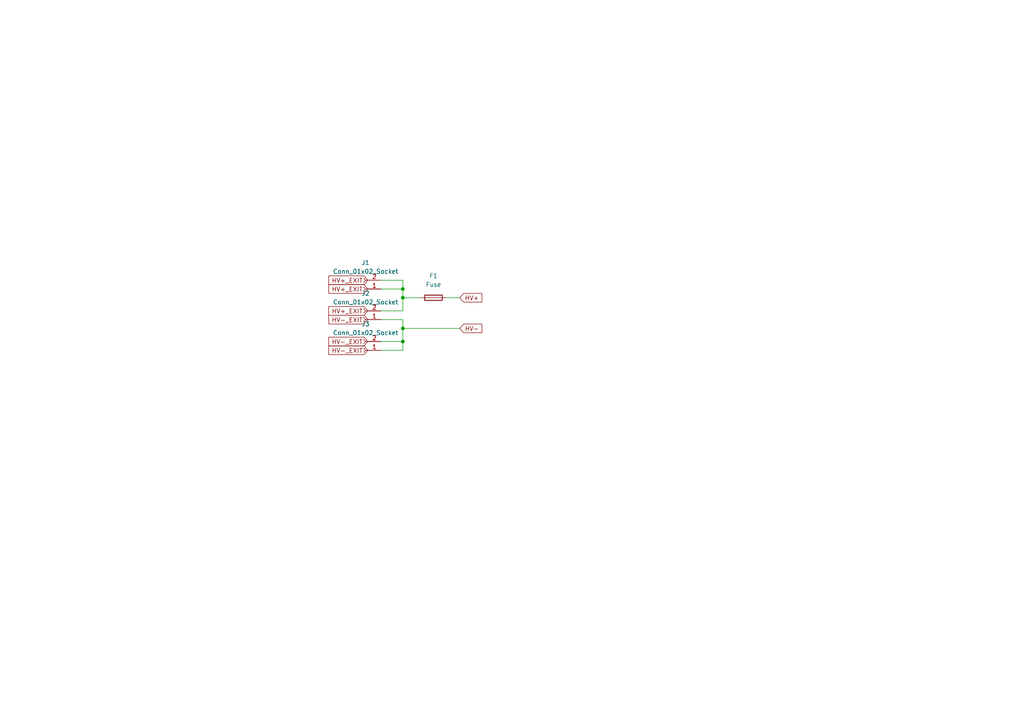
<source format=kicad_sch>
(kicad_sch
	(version 20250114)
	(generator "eeschema")
	(generator_version "9.0")
	(uuid "c54f9972-cef2-4773-92fc-7fa38796a07f")
	(paper "A4")
	(lib_symbols
		(symbol "Connector:Conn_01x02_Socket"
			(pin_names
				(offset 1.016)
				(hide yes)
			)
			(exclude_from_sim no)
			(in_bom yes)
			(on_board yes)
			(property "Reference" "J"
				(at 0 2.54 0)
				(effects
					(font
						(size 1.27 1.27)
					)
				)
			)
			(property "Value" "Conn_01x02_Socket"
				(at 0 -5.08 0)
				(effects
					(font
						(size 1.27 1.27)
					)
				)
			)
			(property "Footprint" ""
				(at 0 0 0)
				(effects
					(font
						(size 1.27 1.27)
					)
					(hide yes)
				)
			)
			(property "Datasheet" "~"
				(at 0 0 0)
				(effects
					(font
						(size 1.27 1.27)
					)
					(hide yes)
				)
			)
			(property "Description" "Generic connector, single row, 01x02, script generated"
				(at 0 0 0)
				(effects
					(font
						(size 1.27 1.27)
					)
					(hide yes)
				)
			)
			(property "ki_locked" ""
				(at 0 0 0)
				(effects
					(font
						(size 1.27 1.27)
					)
				)
			)
			(property "ki_keywords" "connector"
				(at 0 0 0)
				(effects
					(font
						(size 1.27 1.27)
					)
					(hide yes)
				)
			)
			(property "ki_fp_filters" "Connector*:*_1x??_*"
				(at 0 0 0)
				(effects
					(font
						(size 1.27 1.27)
					)
					(hide yes)
				)
			)
			(symbol "Conn_01x02_Socket_1_1"
				(polyline
					(pts
						(xy -1.27 0) (xy -0.508 0)
					)
					(stroke
						(width 0.1524)
						(type default)
					)
					(fill
						(type none)
					)
				)
				(polyline
					(pts
						(xy -1.27 -2.54) (xy -0.508 -2.54)
					)
					(stroke
						(width 0.1524)
						(type default)
					)
					(fill
						(type none)
					)
				)
				(arc
					(start 0 -0.508)
					(mid -0.5058 0)
					(end 0 0.508)
					(stroke
						(width 0.1524)
						(type default)
					)
					(fill
						(type none)
					)
				)
				(arc
					(start 0 -3.048)
					(mid -0.5058 -2.54)
					(end 0 -2.032)
					(stroke
						(width 0.1524)
						(type default)
					)
					(fill
						(type none)
					)
				)
				(pin passive line
					(at -5.08 0 0)
					(length 3.81)
					(name "Pin_1"
						(effects
							(font
								(size 1.27 1.27)
							)
						)
					)
					(number "1"
						(effects
							(font
								(size 1.27 1.27)
							)
						)
					)
				)
				(pin passive line
					(at -5.08 -2.54 0)
					(length 3.81)
					(name "Pin_2"
						(effects
							(font
								(size 1.27 1.27)
							)
						)
					)
					(number "2"
						(effects
							(font
								(size 1.27 1.27)
							)
						)
					)
				)
			)
			(embedded_fonts no)
		)
		(symbol "Device:Fuse"
			(pin_numbers
				(hide yes)
			)
			(pin_names
				(offset 0)
			)
			(exclude_from_sim no)
			(in_bom yes)
			(on_board yes)
			(property "Reference" "F"
				(at 2.032 0 90)
				(effects
					(font
						(size 1.27 1.27)
					)
				)
			)
			(property "Value" "Fuse"
				(at -1.905 0 90)
				(effects
					(font
						(size 1.27 1.27)
					)
				)
			)
			(property "Footprint" ""
				(at -1.778 0 90)
				(effects
					(font
						(size 1.27 1.27)
					)
					(hide yes)
				)
			)
			(property "Datasheet" "~"
				(at 0 0 0)
				(effects
					(font
						(size 1.27 1.27)
					)
					(hide yes)
				)
			)
			(property "Description" "Fuse"
				(at 0 0 0)
				(effects
					(font
						(size 1.27 1.27)
					)
					(hide yes)
				)
			)
			(property "ki_keywords" "fuse"
				(at 0 0 0)
				(effects
					(font
						(size 1.27 1.27)
					)
					(hide yes)
				)
			)
			(property "ki_fp_filters" "*Fuse*"
				(at 0 0 0)
				(effects
					(font
						(size 1.27 1.27)
					)
					(hide yes)
				)
			)
			(symbol "Fuse_0_1"
				(rectangle
					(start -0.762 -2.54)
					(end 0.762 2.54)
					(stroke
						(width 0.254)
						(type default)
					)
					(fill
						(type none)
					)
				)
				(polyline
					(pts
						(xy 0 2.54) (xy 0 -2.54)
					)
					(stroke
						(width 0)
						(type default)
					)
					(fill
						(type none)
					)
				)
			)
			(symbol "Fuse_1_1"
				(pin passive line
					(at 0 3.81 270)
					(length 1.27)
					(name "~"
						(effects
							(font
								(size 1.27 1.27)
							)
						)
					)
					(number "1"
						(effects
							(font
								(size 1.27 1.27)
							)
						)
					)
				)
				(pin passive line
					(at 0 -3.81 90)
					(length 1.27)
					(name "~"
						(effects
							(font
								(size 1.27 1.27)
							)
						)
					)
					(number "2"
						(effects
							(font
								(size 1.27 1.27)
							)
						)
					)
				)
			)
			(embedded_fonts no)
		)
	)
	(junction
		(at 116.84 86.36)
		(diameter 0)
		(color 0 0 0 0)
		(uuid "064d2f72-2466-429c-83ff-7ea54782f036")
	)
	(junction
		(at 116.84 99.06)
		(diameter 0)
		(color 0 0 0 0)
		(uuid "e2ee53b1-7d65-44c6-b927-4b20929ca548")
	)
	(junction
		(at 116.84 83.82)
		(diameter 0)
		(color 0 0 0 0)
		(uuid "e38bc688-5b18-475d-bcaa-8e30a232265b")
	)
	(junction
		(at 116.84 95.25)
		(diameter 0)
		(color 0 0 0 0)
		(uuid "f57c73ac-c1f3-47fc-bc7c-90c78a1eda5c")
	)
	(wire
		(pts
			(xy 116.84 81.28) (xy 110.49 81.28)
		)
		(stroke
			(width 0)
			(type default)
		)
		(uuid "03872273-2356-40df-aaa0-917c6d2c1108")
	)
	(wire
		(pts
			(xy 110.49 92.71) (xy 116.84 92.71)
		)
		(stroke
			(width 0)
			(type default)
		)
		(uuid "1e44ee46-8dbb-4f51-899e-f9ea4236c851")
	)
	(wire
		(pts
			(xy 116.84 95.25) (xy 116.84 92.71)
		)
		(stroke
			(width 0)
			(type default)
		)
		(uuid "256b1fab-0d52-4da1-9e64-488165814ce7")
	)
	(wire
		(pts
			(xy 121.92 86.36) (xy 116.84 86.36)
		)
		(stroke
			(width 0)
			(type default)
		)
		(uuid "38a4b143-6dd1-44d0-bcf0-6adb00d6b6fb")
	)
	(wire
		(pts
			(xy 116.84 86.36) (xy 116.84 83.82)
		)
		(stroke
			(width 0)
			(type default)
		)
		(uuid "3a69d1a6-63e2-4ab1-9b68-2596698d710a")
	)
	(wire
		(pts
			(xy 116.84 90.17) (xy 110.49 90.17)
		)
		(stroke
			(width 0)
			(type default)
		)
		(uuid "5b2472be-4376-4410-baa1-ab17e0b1667d")
	)
	(wire
		(pts
			(xy 116.84 95.25) (xy 116.84 99.06)
		)
		(stroke
			(width 0)
			(type default)
		)
		(uuid "7f12577e-b684-4849-9c19-1119b3c99e1f")
	)
	(wire
		(pts
			(xy 110.49 99.06) (xy 116.84 99.06)
		)
		(stroke
			(width 0)
			(type default)
		)
		(uuid "954c43b9-76fa-4e62-a755-9cf89bd90ea6")
	)
	(wire
		(pts
			(xy 116.84 86.36) (xy 116.84 90.17)
		)
		(stroke
			(width 0)
			(type default)
		)
		(uuid "96c4c96f-5334-4188-b3fe-5318fcb8b901")
	)
	(wire
		(pts
			(xy 110.49 83.82) (xy 116.84 83.82)
		)
		(stroke
			(width 0)
			(type default)
		)
		(uuid "992bbbf5-cd64-4ea2-bbb4-43d0465093cd")
	)
	(wire
		(pts
			(xy 129.54 86.36) (xy 133.35 86.36)
		)
		(stroke
			(width 0)
			(type default)
		)
		(uuid "a6b5c347-f497-418f-8269-c0b5b37dd710")
	)
	(wire
		(pts
			(xy 116.84 99.06) (xy 116.84 101.6)
		)
		(stroke
			(width 0)
			(type default)
		)
		(uuid "e5c6dfbd-b7fd-4d2b-ac1f-0baa3057c927")
	)
	(wire
		(pts
			(xy 133.35 95.25) (xy 116.84 95.25)
		)
		(stroke
			(width 0)
			(type default)
		)
		(uuid "e7855f69-c94e-4257-b8ee-e40b654c1893")
	)
	(wire
		(pts
			(xy 116.84 83.82) (xy 116.84 81.28)
		)
		(stroke
			(width 0)
			(type default)
		)
		(uuid "e8543191-f55f-4980-9c45-771ca9775f13")
	)
	(wire
		(pts
			(xy 116.84 101.6) (xy 110.49 101.6)
		)
		(stroke
			(width 0)
			(type default)
		)
		(uuid "f72c6756-7ccd-408a-8e1c-166f4972656f")
	)
	(global_label "HV+"
		(shape input)
		(at 133.35 86.36 0)
		(fields_autoplaced yes)
		(effects
			(font
				(size 1.27 1.27)
			)
			(justify left)
		)
		(uuid "0f37d369-c9b9-41fc-a127-bfe123de8231")
		(property "Intersheetrefs" "${INTERSHEET_REFS}"
			(at 140.3267 86.36 0)
			(effects
				(font
					(size 1.27 1.27)
				)
				(justify left)
				(hide yes)
			)
		)
	)
	(global_label "HV-"
		(shape input)
		(at 133.35 95.25 0)
		(fields_autoplaced yes)
		(effects
			(font
				(size 1.27 1.27)
			)
			(justify left)
		)
		(uuid "1be6ced6-d400-4b29-94a1-5c651b4490a8")
		(property "Intersheetrefs" "${INTERSHEET_REFS}"
			(at 140.3267 95.25 0)
			(effects
				(font
					(size 1.27 1.27)
				)
				(justify left)
				(hide yes)
			)
		)
	)
	(global_label "HV-_EXIT"
		(shape input)
		(at 106.68 92.71 180)
		(fields_autoplaced yes)
		(effects
			(font
				(size 1.27 1.27)
			)
			(justify right)
		)
		(uuid "286851d6-091a-4cd4-8b17-6d2cb157e5d6")
		(property "Intersheetrefs" "${INTERSHEET_REFS}"
			(at 94.8048 92.71 0)
			(effects
				(font
					(size 1.27 1.27)
				)
				(justify right)
				(hide yes)
			)
		)
	)
	(global_label "HV+_EXIT"
		(shape input)
		(at 106.68 83.82 180)
		(fields_autoplaced yes)
		(effects
			(font
				(size 1.27 1.27)
			)
			(justify right)
		)
		(uuid "32be90f8-f827-4530-89f1-ebb32a38bf52")
		(property "Intersheetrefs" "${INTERSHEET_REFS}"
			(at 94.8048 83.82 0)
			(effects
				(font
					(size 1.27 1.27)
				)
				(justify right)
				(hide yes)
			)
		)
	)
	(global_label "HV+_EXIT"
		(shape input)
		(at 106.68 81.28 180)
		(fields_autoplaced yes)
		(effects
			(font
				(size 1.27 1.27)
			)
			(justify right)
		)
		(uuid "64b191c0-095b-4cae-8e52-0d8d3c29fb85")
		(property "Intersheetrefs" "${INTERSHEET_REFS}"
			(at 94.8048 81.28 0)
			(effects
				(font
					(size 1.27 1.27)
				)
				(justify right)
				(hide yes)
			)
		)
	)
	(global_label "HV-_EXIT"
		(shape input)
		(at 106.68 101.6 180)
		(fields_autoplaced yes)
		(effects
			(font
				(size 1.27 1.27)
			)
			(justify right)
		)
		(uuid "7536f78f-87ca-494d-9d75-ca0942a6cd50")
		(property "Intersheetrefs" "${INTERSHEET_REFS}"
			(at 94.8048 101.6 0)
			(effects
				(font
					(size 1.27 1.27)
				)
				(justify right)
				(hide yes)
			)
		)
	)
	(global_label "HV+_EXIT"
		(shape input)
		(at 106.68 90.17 180)
		(fields_autoplaced yes)
		(effects
			(font
				(size 1.27 1.27)
			)
			(justify right)
		)
		(uuid "ad45b69e-8e0f-4953-9bbd-8d9baf256958")
		(property "Intersheetrefs" "${INTERSHEET_REFS}"
			(at 94.8048 90.17 0)
			(effects
				(font
					(size 1.27 1.27)
				)
				(justify right)
				(hide yes)
			)
		)
	)
	(global_label "HV-_EXIT"
		(shape input)
		(at 106.68 99.06 180)
		(fields_autoplaced yes)
		(effects
			(font
				(size 1.27 1.27)
			)
			(justify right)
		)
		(uuid "c466638f-4c13-48de-be51-aa6adcca51e8")
		(property "Intersheetrefs" "${INTERSHEET_REFS}"
			(at 94.8048 99.06 0)
			(effects
				(font
					(size 1.27 1.27)
				)
				(justify right)
				(hide yes)
			)
		)
	)
	(symbol
		(lib_id "Connector:Conn_01x02_Socket")
		(at 105.41 83.82 180)
		(unit 1)
		(exclude_from_sim no)
		(in_bom yes)
		(on_board yes)
		(dnp no)
		(fields_autoplaced yes)
		(uuid "284a442b-a62d-4029-a4ef-8e7a1bcb00d9")
		(property "Reference" "J1"
			(at 106.045 76.2 0)
			(effects
				(font
					(size 1.27 1.27)
				)
			)
		)
		(property "Value" "Conn_01x02_Socket"
			(at 106.045 78.74 0)
			(effects
				(font
					(size 1.27 1.27)
				)
			)
		)
		(property "Footprint" "Connector_Molex:Molex_Micro-Fit_3.0_43650-0215_1x02_P3.00mm_Vertical"
			(at 105.41 83.82 0)
			(effects
				(font
					(size 1.27 1.27)
				)
				(hide yes)
			)
		)
		(property "Datasheet" "~"
			(at 105.41 83.82 0)
			(effects
				(font
					(size 1.27 1.27)
				)
				(hide yes)
			)
		)
		(property "Description" "Generic connector, single row, 01x02, script generated"
			(at 105.41 83.82 0)
			(effects
				(font
					(size 1.27 1.27)
				)
				(hide yes)
			)
		)
		(pin "1"
			(uuid "22934a81-eac6-4749-aa86-b7149bdc35aa")
		)
		(pin "2"
			(uuid "94d05972-45c3-48a1-82b5-756b3fb56512")
		)
		(instances
			(project "BMS_MASTER_25_V0.0"
				(path "/c54f9972-cef2-4773-92fc-7fa38796a07f"
					(reference "J1")
					(unit 1)
				)
			)
		)
	)
	(symbol
		(lib_id "Connector:Conn_01x02_Socket")
		(at 105.41 92.71 180)
		(unit 1)
		(exclude_from_sim no)
		(in_bom yes)
		(on_board yes)
		(dnp no)
		(fields_autoplaced yes)
		(uuid "3435436f-6c64-4651-bcc4-ca5d200dfff0")
		(property "Reference" "J2"
			(at 106.045 85.09 0)
			(effects
				(font
					(size 1.27 1.27)
				)
			)
		)
		(property "Value" "Conn_01x02_Socket"
			(at 106.045 87.63 0)
			(effects
				(font
					(size 1.27 1.27)
				)
			)
		)
		(property "Footprint" "Connector_Molex:Molex_Micro-Fit_3.0_43650-0215_1x02_P3.00mm_Vertical"
			(at 105.41 92.71 0)
			(effects
				(font
					(size 1.27 1.27)
				)
				(hide yes)
			)
		)
		(property "Datasheet" "~"
			(at 105.41 92.71 0)
			(effects
				(font
					(size 1.27 1.27)
				)
				(hide yes)
			)
		)
		(property "Description" "Generic connector, single row, 01x02, script generated"
			(at 105.41 92.71 0)
			(effects
				(font
					(size 1.27 1.27)
				)
				(hide yes)
			)
		)
		(pin "2"
			(uuid "7a3a659a-5cd6-4994-95ec-4b89224a3142")
		)
		(pin "1"
			(uuid "b6cd13e8-1453-403e-852f-539cdb1a02f5")
		)
		(instances
			(project "BMS_MASTER_25_V0.0"
				(path "/c54f9972-cef2-4773-92fc-7fa38796a07f"
					(reference "J2")
					(unit 1)
				)
			)
		)
	)
	(symbol
		(lib_id "Device:Fuse")
		(at 125.73 86.36 90)
		(unit 1)
		(exclude_from_sim no)
		(in_bom yes)
		(on_board yes)
		(dnp no)
		(fields_autoplaced yes)
		(uuid "4189d45f-25eb-4824-8920-1df0cecf80d0")
		(property "Reference" "F1"
			(at 125.73 80.01 90)
			(effects
				(font
					(size 1.27 1.27)
				)
			)
		)
		(property "Value" "Fuse"
			(at 125.73 82.55 90)
			(effects
				(font
					(size 1.27 1.27)
				)
			)
		)
		(property "Footprint" "Fuse:Fuseholder_Clip-5x20mm_Eaton_1A5601-01_Inline_P20.80x6.76mm_D1.70mm_Horizontal"
			(at 125.73 88.138 90)
			(effects
				(font
					(size 1.27 1.27)
				)
				(hide yes)
			)
		)
		(property "Datasheet" "~"
			(at 125.73 86.36 0)
			(effects
				(font
					(size 1.27 1.27)
				)
				(hide yes)
			)
		)
		(property "Description" "Fuse"
			(at 125.73 86.36 0)
			(effects
				(font
					(size 1.27 1.27)
				)
				(hide yes)
			)
		)
		(pin "2"
			(uuid "4ec69721-b71b-4054-b869-f7cebcffd555")
		)
		(pin "1"
			(uuid "67a0d415-3043-438a-a4fb-59a067b96414")
		)
		(instances
			(project "BMS_MASTER_25_V0.0"
				(path "/c54f9972-cef2-4773-92fc-7fa38796a07f"
					(reference "F1")
					(unit 1)
				)
			)
		)
	)
	(symbol
		(lib_id "Connector:Conn_01x02_Socket")
		(at 105.41 101.6 180)
		(unit 1)
		(exclude_from_sim no)
		(in_bom yes)
		(on_board yes)
		(dnp no)
		(fields_autoplaced yes)
		(uuid "69ced979-2e28-404e-8f2a-5d0eac7453a4")
		(property "Reference" "J3"
			(at 106.045 93.98 0)
			(effects
				(font
					(size 1.27 1.27)
				)
			)
		)
		(property "Value" "Conn_01x02_Socket"
			(at 106.045 96.52 0)
			(effects
				(font
					(size 1.27 1.27)
				)
			)
		)
		(property "Footprint" "Connector_Molex:Molex_Micro-Fit_3.0_43650-0215_1x02_P3.00mm_Vertical"
			(at 105.41 101.6 0)
			(effects
				(font
					(size 1.27 1.27)
				)
				(hide yes)
			)
		)
		(property "Datasheet" "~"
			(at 105.41 101.6 0)
			(effects
				(font
					(size 1.27 1.27)
				)
				(hide yes)
			)
		)
		(property "Description" "Generic connector, single row, 01x02, script generated"
			(at 105.41 101.6 0)
			(effects
				(font
					(size 1.27 1.27)
				)
				(hide yes)
			)
		)
		(pin "1"
			(uuid "18fa2cbd-177a-4e5b-9fb3-d0f883aa910b")
		)
		(pin "2"
			(uuid "2cc0ad79-857a-4985-bd5c-c0168d7999aa")
		)
		(instances
			(project "BMS_MASTER_25_V0.0"
				(path "/c54f9972-cef2-4773-92fc-7fa38796a07f"
					(reference "J3")
					(unit 1)
				)
			)
		)
	)
	(sheet_instances
		(path "/"
			(page "1")
		)
	)
	(embedded_fonts no)
)

</source>
